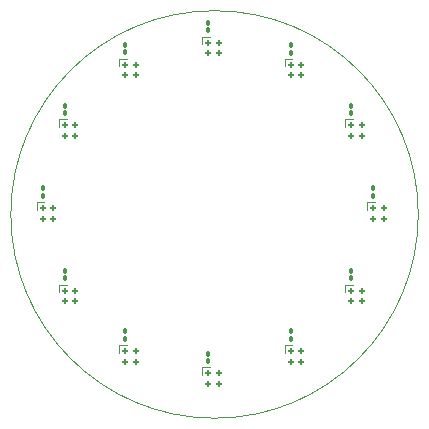
<source format=gto>
%TF.GenerationSoftware,KiCad,Pcbnew,7.0.10-7.0.10~ubuntu22.04.1*%
%TF.CreationDate,2024-04-10T21:13:45+02:00*%
%TF.ProjectId,STM32_watch_NFC,53544d33-325f-4776-9174-63685f4e4643,rev?*%
%TF.SameCoordinates,Original*%
%TF.FileFunction,Legend,Top*%
%TF.FilePolarity,Positive*%
%FSLAX46Y46*%
G04 Gerber Fmt 4.6, Leading zero omitted, Abs format (unit mm)*
G04 Created by KiCad (PCBNEW 7.0.10-7.0.10~ubuntu22.04.1) date 2024-04-10 21:13:45*
%MOMM*%
%LPD*%
G01*
G04 APERTURE LIST*
G04 Aperture macros list*
%AMRoundRect*
0 Rectangle with rounded corners*
0 $1 Rounding radius*
0 $2 $3 $4 $5 $6 $7 $8 $9 X,Y pos of 4 corners*
0 Add a 4 corners polygon primitive as box body*
4,1,4,$2,$3,$4,$5,$6,$7,$8,$9,$2,$3,0*
0 Add four circle primitives for the rounded corners*
1,1,$1+$1,$2,$3*
1,1,$1+$1,$4,$5*
1,1,$1+$1,$6,$7*
1,1,$1+$1,$8,$9*
0 Add four rect primitives between the rounded corners*
20,1,$1+$1,$2,$3,$4,$5,0*
20,1,$1+$1,$4,$5,$6,$7,0*
20,1,$1+$1,$6,$7,$8,$9,0*
20,1,$1+$1,$8,$9,$2,$3,0*%
G04 Aperture macros list end*
%ADD10C,0.100000*%
%ADD11C,0.120000*%
%ADD12RoundRect,0.100000X0.100000X-0.130000X0.100000X0.130000X-0.100000X0.130000X-0.100000X-0.130000X0*%
%ADD13RoundRect,0.125000X0.125000X-0.125000X0.125000X0.125000X-0.125000X0.125000X-0.125000X-0.125000X0*%
G04 APERTURE END LIST*
D10*
X165850000Y-105100000D02*
G75*
G03*
X131350000Y-105100000I-17250000J0D01*
G01*
X131350000Y-105100000D02*
G75*
G03*
X165850000Y-105100000I17250000J0D01*
G01*
D11*
%TO.C,D5*%
X159664356Y-111040000D02*
X159664356Y-111690000D01*
X160314356Y-111040000D02*
X159664356Y-111040000D01*
%TO.C,D11*%
X135415644Y-97040000D02*
X135415644Y-97690000D01*
X136065644Y-97040000D02*
X135415644Y-97040000D01*
%TO.C,D6*%
X154540000Y-116164356D02*
X154540000Y-116814356D01*
X155190000Y-116164356D02*
X154540000Y-116164356D01*
%TO.C,D8*%
X140540000Y-116164356D02*
X140540000Y-116814356D01*
X141190000Y-116164356D02*
X140540000Y-116164356D01*
%TO.C,D2*%
X154540000Y-91915644D02*
X154540000Y-92565644D01*
X155190000Y-91915644D02*
X154540000Y-91915644D01*
%TO.C,D1*%
X147540000Y-90040000D02*
X147540000Y-90690000D01*
X148190000Y-90040000D02*
X147540000Y-90040000D01*
%TO.C,D7*%
X147540000Y-118040000D02*
X147540000Y-118690000D01*
X148190000Y-118040000D02*
X147540000Y-118040000D01*
%TO.C,D12*%
X140540000Y-91915644D02*
X140540000Y-92565644D01*
X141190000Y-91915644D02*
X140540000Y-91915644D01*
%TO.C,D4*%
X161540000Y-104040000D02*
X161540000Y-104690000D01*
X162190000Y-104040000D02*
X161540000Y-104040000D01*
%TO.C,D3*%
X159664356Y-97040000D02*
X159664356Y-97690000D01*
X160314356Y-97040000D02*
X159664356Y-97040000D01*
%TO.C,D10*%
X133540000Y-104040000D02*
X133540000Y-104690000D01*
X134190000Y-104040000D02*
X133540000Y-104040000D01*
%TO.C,D9*%
X135415644Y-111040000D02*
X135415644Y-111690000D01*
X136065644Y-111040000D02*
X135415644Y-111040000D01*
%TD*%
%LPC*%
D12*
%TO.C,C21*%
X134050000Y-103520000D03*
X134050000Y-102880000D03*
%TD*%
%TO.C,C15*%
X162050000Y-103515000D03*
X162050000Y-102875000D03*
%TD*%
D13*
%TO.C,D5*%
X160174356Y-112450000D03*
X161074356Y-112450000D03*
X161074356Y-111550000D03*
X160174356Y-111550000D03*
%TD*%
%TO.C,D11*%
X135925644Y-98450000D03*
X136825644Y-98450000D03*
X136825644Y-97550000D03*
X135925644Y-97550000D03*
%TD*%
D12*
%TO.C,C20*%
X135925000Y-110520000D03*
X135925000Y-109880000D03*
%TD*%
%TO.C,C23*%
X141050000Y-91375000D03*
X141050000Y-90735000D03*
%TD*%
D13*
%TO.C,D6*%
X155050000Y-117574356D03*
X155950000Y-117574356D03*
X155950000Y-116674356D03*
X155050000Y-116674356D03*
%TD*%
%TO.C,D8*%
X141050000Y-117574356D03*
X141950000Y-117574356D03*
X141950000Y-116674356D03*
X141050000Y-116674356D03*
%TD*%
D12*
%TO.C,C22*%
X135925000Y-96525000D03*
X135925000Y-95885000D03*
%TD*%
%TO.C,C14*%
X160175000Y-96520000D03*
X160175000Y-95880000D03*
%TD*%
D13*
%TO.C,D2*%
X155050000Y-93325644D03*
X155950000Y-93325644D03*
X155950000Y-92425644D03*
X155050000Y-92425644D03*
%TD*%
%TO.C,D1*%
X148050000Y-91450000D03*
X148950000Y-91450000D03*
X148950000Y-90550000D03*
X148050000Y-90550000D03*
%TD*%
D12*
%TO.C,C17*%
X155050000Y-115620000D03*
X155050000Y-114980000D03*
%TD*%
D13*
%TO.C,D7*%
X148050000Y-119450000D03*
X148950000Y-119450000D03*
X148950000Y-118550000D03*
X148050000Y-118550000D03*
%TD*%
%TO.C,D12*%
X141050000Y-93325644D03*
X141950000Y-93325644D03*
X141950000Y-92425644D03*
X141050000Y-92425644D03*
%TD*%
D12*
%TO.C,C16*%
X160175000Y-110500000D03*
X160175000Y-109860000D03*
%TD*%
%TO.C,C18*%
X148050000Y-117525000D03*
X148050000Y-116885000D03*
%TD*%
D13*
%TO.C,D4*%
X162050000Y-105450000D03*
X162950000Y-105450000D03*
X162950000Y-104550000D03*
X162050000Y-104550000D03*
%TD*%
%TO.C,D3*%
X160174356Y-98450000D03*
X161074356Y-98450000D03*
X161074356Y-97550000D03*
X160174356Y-97550000D03*
%TD*%
%TO.C,D10*%
X134050000Y-105450000D03*
X134950000Y-105450000D03*
X134950000Y-104550000D03*
X134050000Y-104550000D03*
%TD*%
%TO.C,D9*%
X135925644Y-112450000D03*
X136825644Y-112450000D03*
X136825644Y-111550000D03*
X135925644Y-111550000D03*
%TD*%
D12*
%TO.C,C12*%
X148050000Y-89520000D03*
X148050000Y-88880000D03*
%TD*%
%TO.C,C13*%
X155050000Y-91415000D03*
X155050000Y-90775000D03*
%TD*%
%TO.C,C19*%
X141050000Y-115645000D03*
X141050000Y-115005000D03*
%TD*%
%LPD*%
M02*

</source>
